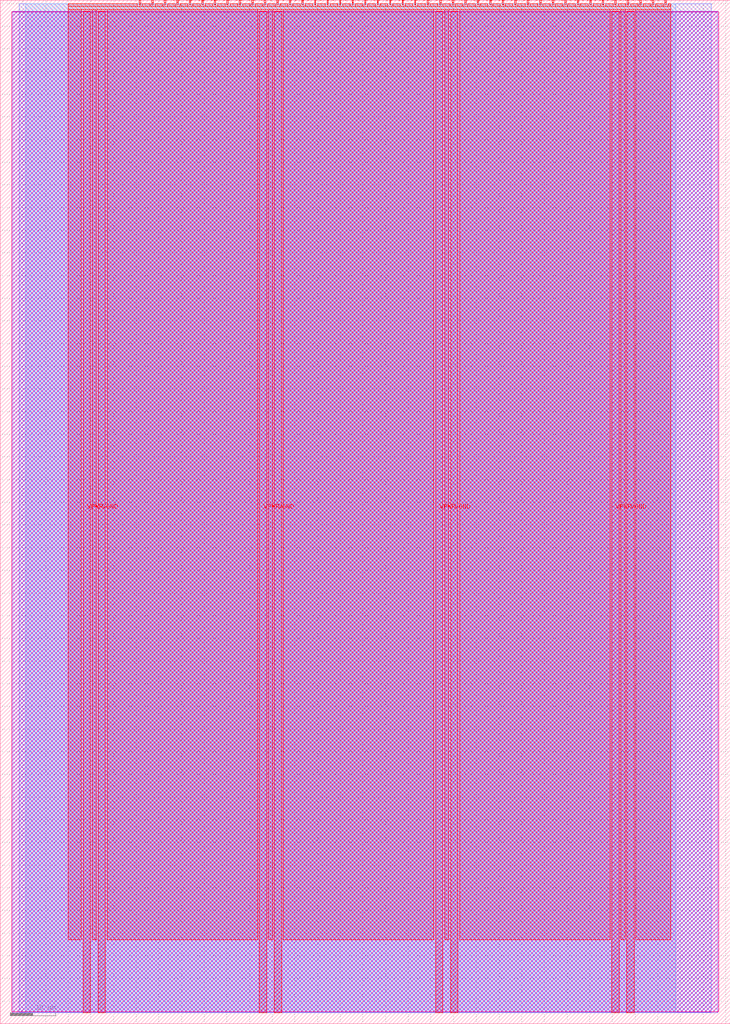
<source format=lef>
VERSION 5.7 ;
  NOWIREEXTENSIONATPIN ON ;
  DIVIDERCHAR "/" ;
  BUSBITCHARS "[]" ;
MACRO tt_um_rtfb_collatz
  CLASS BLOCK ;
  FOREIGN tt_um_rtfb_collatz ;
  ORIGIN 0.000 0.000 ;
  SIZE 161.000 BY 225.760 ;
  PIN VGND
    DIRECTION INOUT ;
    USE GROUND ;
    PORT
      LAYER met4 ;
        RECT 21.580 2.480 23.180 223.280 ;
    END
    PORT
      LAYER met4 ;
        RECT 60.450 2.480 62.050 223.280 ;
    END
    PORT
      LAYER met4 ;
        RECT 99.320 2.480 100.920 223.280 ;
    END
    PORT
      LAYER met4 ;
        RECT 138.190 2.480 139.790 223.280 ;
    END
  END VGND
  PIN VPWR
    DIRECTION INOUT ;
    USE POWER ;
    PORT
      LAYER met4 ;
        RECT 18.280 2.480 19.880 223.280 ;
    END
    PORT
      LAYER met4 ;
        RECT 57.150 2.480 58.750 223.280 ;
    END
    PORT
      LAYER met4 ;
        RECT 96.020 2.480 97.620 223.280 ;
    END
    PORT
      LAYER met4 ;
        RECT 134.890 2.480 136.490 223.280 ;
    END
  END VPWR
  PIN clk
    DIRECTION INPUT ;
    USE SIGNAL ;
    ANTENNAGATEAREA 0.852000 ;
    PORT
      LAYER met4 ;
        RECT 143.830 224.760 144.130 225.760 ;
    END
  END clk
  PIN ena
    DIRECTION INPUT ;
    USE SIGNAL ;
    PORT
      LAYER met4 ;
        RECT 146.590 224.760 146.890 225.760 ;
    END
  END ena
  PIN rst_n
    DIRECTION INPUT ;
    USE SIGNAL ;
    ANTENNAGATEAREA 0.159000 ;
    PORT
      LAYER met4 ;
        RECT 141.070 224.760 141.370 225.760 ;
    END
  END rst_n
  PIN ui_in[0]
    DIRECTION INPUT ;
    USE SIGNAL ;
    ANTENNAGATEAREA 0.213000 ;
    PORT
      LAYER met4 ;
        RECT 138.310 224.760 138.610 225.760 ;
    END
  END ui_in[0]
  PIN ui_in[1]
    DIRECTION INPUT ;
    USE SIGNAL ;
    ANTENNAGATEAREA 0.159000 ;
    PORT
      LAYER met4 ;
        RECT 135.550 224.760 135.850 225.760 ;
    END
  END ui_in[1]
  PIN ui_in[2]
    DIRECTION INPUT ;
    USE SIGNAL ;
    ANTENNAGATEAREA 0.159000 ;
    PORT
      LAYER met4 ;
        RECT 132.790 224.760 133.090 225.760 ;
    END
  END ui_in[2]
  PIN ui_in[3]
    DIRECTION INPUT ;
    USE SIGNAL ;
    ANTENNAGATEAREA 0.159000 ;
    PORT
      LAYER met4 ;
        RECT 130.030 224.760 130.330 225.760 ;
    END
  END ui_in[3]
  PIN ui_in[4]
    DIRECTION INPUT ;
    USE SIGNAL ;
    ANTENNAGATEAREA 0.159000 ;
    PORT
      LAYER met4 ;
        RECT 127.270 224.760 127.570 225.760 ;
    END
  END ui_in[4]
  PIN ui_in[5]
    DIRECTION INPUT ;
    USE SIGNAL ;
    ANTENNAGATEAREA 0.213000 ;
    PORT
      LAYER met4 ;
        RECT 124.510 224.760 124.810 225.760 ;
    END
  END ui_in[5]
  PIN ui_in[6]
    DIRECTION INPUT ;
    USE SIGNAL ;
    ANTENNAGATEAREA 0.159000 ;
    PORT
      LAYER met4 ;
        RECT 121.750 224.760 122.050 225.760 ;
    END
  END ui_in[6]
  PIN ui_in[7]
    DIRECTION INPUT ;
    USE SIGNAL ;
    ANTENNAGATEAREA 0.159000 ;
    PORT
      LAYER met4 ;
        RECT 118.990 224.760 119.290 225.760 ;
    END
  END ui_in[7]
  PIN uio_in[0]
    DIRECTION INPUT ;
    USE SIGNAL ;
    ANTENNAGATEAREA 0.196500 ;
    PORT
      LAYER met4 ;
        RECT 116.230 224.760 116.530 225.760 ;
    END
  END uio_in[0]
  PIN uio_in[1]
    DIRECTION INPUT ;
    USE SIGNAL ;
    ANTENNAGATEAREA 0.213000 ;
    PORT
      LAYER met4 ;
        RECT 113.470 224.760 113.770 225.760 ;
    END
  END uio_in[1]
  PIN uio_in[2]
    DIRECTION INPUT ;
    USE SIGNAL ;
    ANTENNAGATEAREA 0.196500 ;
    PORT
      LAYER met4 ;
        RECT 110.710 224.760 111.010 225.760 ;
    END
  END uio_in[2]
  PIN uio_in[3]
    DIRECTION INPUT ;
    USE SIGNAL ;
    ANTENNAGATEAREA 0.126000 ;
    PORT
      LAYER met4 ;
        RECT 107.950 224.760 108.250 225.760 ;
    END
  END uio_in[3]
  PIN uio_in[4]
    DIRECTION INPUT ;
    USE SIGNAL ;
    ANTENNAGATEAREA 0.159000 ;
    PORT
      LAYER met4 ;
        RECT 105.190 224.760 105.490 225.760 ;
    END
  END uio_in[4]
  PIN uio_in[5]
    DIRECTION INPUT ;
    USE SIGNAL ;
    ANTENNAGATEAREA 0.159000 ;
    PORT
      LAYER met4 ;
        RECT 102.430 224.760 102.730 225.760 ;
    END
  END uio_in[5]
  PIN uio_in[6]
    DIRECTION INPUT ;
    USE SIGNAL ;
    ANTENNAGATEAREA 0.196500 ;
    PORT
      LAYER met4 ;
        RECT 99.670 224.760 99.970 225.760 ;
    END
  END uio_in[6]
  PIN uio_in[7]
    DIRECTION INPUT ;
    USE SIGNAL ;
    ANTENNAGATEAREA 0.159000 ;
    PORT
      LAYER met4 ;
        RECT 96.910 224.760 97.210 225.760 ;
    END
  END uio_in[7]
  PIN uio_oe[0]
    DIRECTION OUTPUT ;
    USE SIGNAL ;
    PORT
      LAYER met4 ;
        RECT 49.990 224.760 50.290 225.760 ;
    END
  END uio_oe[0]
  PIN uio_oe[1]
    DIRECTION OUTPUT ;
    USE SIGNAL ;
    PORT
      LAYER met4 ;
        RECT 47.230 224.760 47.530 225.760 ;
    END
  END uio_oe[1]
  PIN uio_oe[2]
    DIRECTION OUTPUT ;
    USE SIGNAL ;
    PORT
      LAYER met4 ;
        RECT 44.470 224.760 44.770 225.760 ;
    END
  END uio_oe[2]
  PIN uio_oe[3]
    DIRECTION OUTPUT ;
    USE SIGNAL ;
    PORT
      LAYER met4 ;
        RECT 41.710 224.760 42.010 225.760 ;
    END
  END uio_oe[3]
  PIN uio_oe[4]
    DIRECTION OUTPUT ;
    USE SIGNAL ;
    PORT
      LAYER met4 ;
        RECT 38.950 224.760 39.250 225.760 ;
    END
  END uio_oe[4]
  PIN uio_oe[5]
    DIRECTION OUTPUT ;
    USE SIGNAL ;
    PORT
      LAYER met4 ;
        RECT 36.190 224.760 36.490 225.760 ;
    END
  END uio_oe[5]
  PIN uio_oe[6]
    DIRECTION OUTPUT ;
    USE SIGNAL ;
    PORT
      LAYER met4 ;
        RECT 33.430 224.760 33.730 225.760 ;
    END
  END uio_oe[6]
  PIN uio_oe[7]
    DIRECTION OUTPUT ;
    USE SIGNAL ;
    ANTENNADIFFAREA 0.445500 ;
    PORT
      LAYER met4 ;
        RECT 30.670 224.760 30.970 225.760 ;
    END
  END uio_oe[7]
  PIN uio_out[0]
    DIRECTION OUTPUT ;
    USE SIGNAL ;
    PORT
      LAYER met4 ;
        RECT 72.070 224.760 72.370 225.760 ;
    END
  END uio_out[0]
  PIN uio_out[1]
    DIRECTION OUTPUT ;
    USE SIGNAL ;
    PORT
      LAYER met4 ;
        RECT 69.310 224.760 69.610 225.760 ;
    END
  END uio_out[1]
  PIN uio_out[2]
    DIRECTION OUTPUT ;
    USE SIGNAL ;
    PORT
      LAYER met4 ;
        RECT 66.550 224.760 66.850 225.760 ;
    END
  END uio_out[2]
  PIN uio_out[3]
    DIRECTION OUTPUT ;
    USE SIGNAL ;
    PORT
      LAYER met4 ;
        RECT 63.790 224.760 64.090 225.760 ;
    END
  END uio_out[3]
  PIN uio_out[4]
    DIRECTION OUTPUT ;
    USE SIGNAL ;
    PORT
      LAYER met4 ;
        RECT 61.030 224.760 61.330 225.760 ;
    END
  END uio_out[4]
  PIN uio_out[5]
    DIRECTION OUTPUT ;
    USE SIGNAL ;
    PORT
      LAYER met4 ;
        RECT 58.270 224.760 58.570 225.760 ;
    END
  END uio_out[5]
  PIN uio_out[6]
    DIRECTION OUTPUT ;
    USE SIGNAL ;
    PORT
      LAYER met4 ;
        RECT 55.510 224.760 55.810 225.760 ;
    END
  END uio_out[6]
  PIN uio_out[7]
    DIRECTION OUTPUT ;
    USE SIGNAL ;
    ANTENNADIFFAREA 0.445500 ;
    PORT
      LAYER met4 ;
        RECT 52.750 224.760 53.050 225.760 ;
    END
  END uio_out[7]
  PIN uo_out[0]
    DIRECTION OUTPUT ;
    USE SIGNAL ;
    ANTENNAGATEAREA 0.247500 ;
    ANTENNADIFFAREA 0.445500 ;
    PORT
      LAYER met4 ;
        RECT 94.150 224.760 94.450 225.760 ;
    END
  END uo_out[0]
  PIN uo_out[1]
    DIRECTION OUTPUT ;
    USE SIGNAL ;
    ANTENNAGATEAREA 0.247500 ;
    ANTENNADIFFAREA 0.445500 ;
    PORT
      LAYER met4 ;
        RECT 91.390 224.760 91.690 225.760 ;
    END
  END uo_out[1]
  PIN uo_out[2]
    DIRECTION OUTPUT ;
    USE SIGNAL ;
    ANTENNAGATEAREA 0.247500 ;
    ANTENNADIFFAREA 0.445500 ;
    PORT
      LAYER met4 ;
        RECT 88.630 224.760 88.930 225.760 ;
    END
  END uo_out[2]
  PIN uo_out[3]
    DIRECTION OUTPUT ;
    USE SIGNAL ;
    ANTENNAGATEAREA 0.247500 ;
    ANTENNADIFFAREA 0.891000 ;
    PORT
      LAYER met4 ;
        RECT 85.870 224.760 86.170 225.760 ;
    END
  END uo_out[3]
  PIN uo_out[4]
    DIRECTION OUTPUT ;
    USE SIGNAL ;
    ANTENNAGATEAREA 0.247500 ;
    ANTENNADIFFAREA 0.445500 ;
    PORT
      LAYER met4 ;
        RECT 83.110 224.760 83.410 225.760 ;
    END
  END uo_out[4]
  PIN uo_out[5]
    DIRECTION OUTPUT ;
    USE SIGNAL ;
    ANTENNAGATEAREA 0.247500 ;
    ANTENNADIFFAREA 0.445500 ;
    PORT
      LAYER met4 ;
        RECT 80.350 224.760 80.650 225.760 ;
    END
  END uo_out[5]
  PIN uo_out[6]
    DIRECTION OUTPUT ;
    USE SIGNAL ;
    ANTENNAGATEAREA 0.247500 ;
    ANTENNADIFFAREA 0.445500 ;
    PORT
      LAYER met4 ;
        RECT 77.590 224.760 77.890 225.760 ;
    END
  END uo_out[6]
  PIN uo_out[7]
    DIRECTION OUTPUT ;
    USE SIGNAL ;
    ANTENNAGATEAREA 0.247500 ;
    ANTENNADIFFAREA 0.445500 ;
    PORT
      LAYER met4 ;
        RECT 74.830 224.760 75.130 225.760 ;
    END
  END uo_out[7]
  OBS
      LAYER nwell ;
        RECT 2.570 2.635 158.430 223.230 ;
      LAYER li1 ;
        RECT 2.760 2.635 158.240 223.125 ;
      LAYER met1 ;
        RECT 2.760 2.480 158.240 223.280 ;
      LAYER met2 ;
        RECT 4.240 2.535 156.760 224.925 ;
      LAYER met3 ;
        RECT 5.585 2.555 148.975 224.905 ;
      LAYER met4 ;
        RECT 15.015 224.360 30.270 224.905 ;
        RECT 31.370 224.360 33.030 224.905 ;
        RECT 34.130 224.360 35.790 224.905 ;
        RECT 36.890 224.360 38.550 224.905 ;
        RECT 39.650 224.360 41.310 224.905 ;
        RECT 42.410 224.360 44.070 224.905 ;
        RECT 45.170 224.360 46.830 224.905 ;
        RECT 47.930 224.360 49.590 224.905 ;
        RECT 50.690 224.360 52.350 224.905 ;
        RECT 53.450 224.360 55.110 224.905 ;
        RECT 56.210 224.360 57.870 224.905 ;
        RECT 58.970 224.360 60.630 224.905 ;
        RECT 61.730 224.360 63.390 224.905 ;
        RECT 64.490 224.360 66.150 224.905 ;
        RECT 67.250 224.360 68.910 224.905 ;
        RECT 70.010 224.360 71.670 224.905 ;
        RECT 72.770 224.360 74.430 224.905 ;
        RECT 75.530 224.360 77.190 224.905 ;
        RECT 78.290 224.360 79.950 224.905 ;
        RECT 81.050 224.360 82.710 224.905 ;
        RECT 83.810 224.360 85.470 224.905 ;
        RECT 86.570 224.360 88.230 224.905 ;
        RECT 89.330 224.360 90.990 224.905 ;
        RECT 92.090 224.360 93.750 224.905 ;
        RECT 94.850 224.360 96.510 224.905 ;
        RECT 97.610 224.360 99.270 224.905 ;
        RECT 100.370 224.360 102.030 224.905 ;
        RECT 103.130 224.360 104.790 224.905 ;
        RECT 105.890 224.360 107.550 224.905 ;
        RECT 108.650 224.360 110.310 224.905 ;
        RECT 111.410 224.360 113.070 224.905 ;
        RECT 114.170 224.360 115.830 224.905 ;
        RECT 116.930 224.360 118.590 224.905 ;
        RECT 119.690 224.360 121.350 224.905 ;
        RECT 122.450 224.360 124.110 224.905 ;
        RECT 125.210 224.360 126.870 224.905 ;
        RECT 127.970 224.360 129.630 224.905 ;
        RECT 130.730 224.360 132.390 224.905 ;
        RECT 133.490 224.360 135.150 224.905 ;
        RECT 136.250 224.360 137.910 224.905 ;
        RECT 139.010 224.360 140.670 224.905 ;
        RECT 141.770 224.360 143.430 224.905 ;
        RECT 144.530 224.360 146.190 224.905 ;
        RECT 147.290 224.360 147.825 224.905 ;
        RECT 15.015 223.680 147.825 224.360 ;
        RECT 15.015 18.535 17.880 223.680 ;
        RECT 20.280 18.535 21.180 223.680 ;
        RECT 23.580 18.535 56.750 223.680 ;
        RECT 59.150 18.535 60.050 223.680 ;
        RECT 62.450 18.535 95.620 223.680 ;
        RECT 98.020 18.535 98.920 223.680 ;
        RECT 101.320 18.535 134.490 223.680 ;
        RECT 136.890 18.535 137.790 223.680 ;
        RECT 140.190 18.535 147.825 223.680 ;
  END
END tt_um_rtfb_collatz
END LIBRARY


</source>
